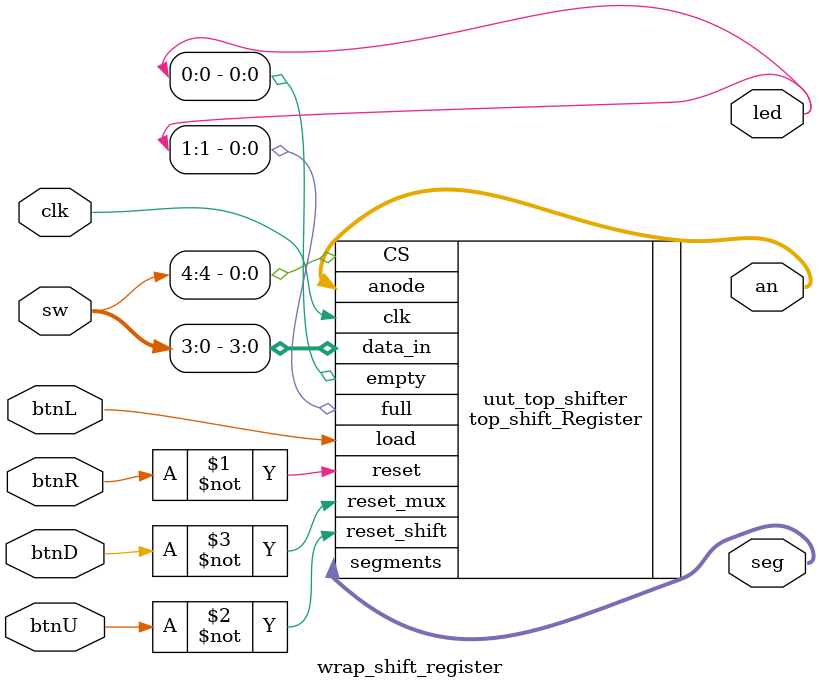
<source format=sv>
`timescale 1ns / 1ps


module wrap_shift_register
 # (parameter integer DEPTH = 4, WIDTH = 4)
 (
                input wire clk,
                input wire btnR,            //for main reset
                input wire btnU,            //for reseting the shift register
                input wire btnD,            // for reseting the mux module
                input wire btnL,            // for loading the input
                input wire [4:0] sw,        // 5 switches (4 for inputs and 1 for chip select)
                
                
                output wire [1:0] led,    // led[0]-> indicate empty and led[1]-> for full      
                output wire [3:0] an,       // 4 anodes(displays)
                output wire [6:0] seg       // 7 segments on the anode

    );


top_shift_Register
            # (.DEPTH(DEPTH), .WIDTH(WIDTH))
            uut_top_shifter
(
                    .clk(clk),
                    .reset(~btnR),
                    .reset_shift(~btnU),
                    .reset_mux(~btnD),
                    .load(btnL),
                    .data_in(sw[3:0]),
                    .CS(sw[4]),
                    
                    
                    .full(led[1]),
                    .empty(led[0]),
                    .anode(an),
                    .segments(seg)
                           
    );
 
 
 endmodule
</source>
